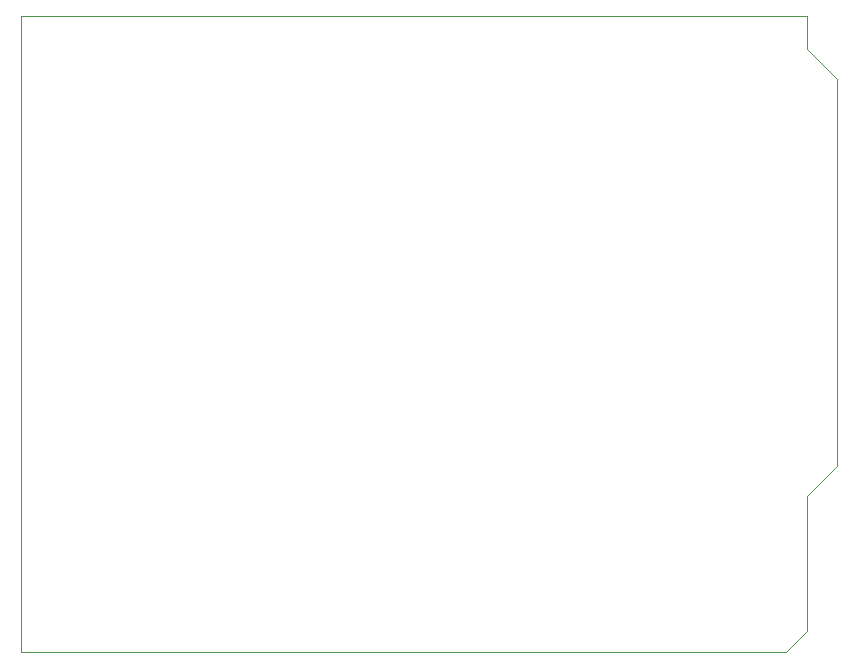
<source format=gbr>
%TF.GenerationSoftware,KiCad,Pcbnew,8.0.1*%
%TF.CreationDate,2024-04-20T17:55:12+02:00*%
%TF.ProjectId,Arduino_PCB,41726475-696e-46f5-9f50-43422e6b6963,rev?*%
%TF.SameCoordinates,Original*%
%TF.FileFunction,Profile,NP*%
%FSLAX46Y46*%
G04 Gerber Fmt 4.6, Leading zero omitted, Abs format (unit mm)*
G04 Created by KiCad (PCBNEW 8.0.1) date 2024-04-20 17:55:12*
%MOMM*%
%LPD*%
G01*
G04 APERTURE LIST*
%TA.AperFunction,Profile*%
%ADD10C,0.050000*%
%TD*%
G04 APERTURE END LIST*
D10*
X160110000Y-39250000D02*
X93570000Y-39250000D01*
X160110000Y-42040000D02*
X160110000Y-39250000D01*
X162650000Y-44580000D02*
X160110000Y-42040000D01*
X162650000Y-77350000D02*
X162650000Y-44580000D01*
X160110000Y-79890000D02*
X162650000Y-77350000D01*
X160110000Y-91320000D02*
X160110000Y-79890000D01*
X158340000Y-93090000D02*
X160110000Y-91320000D01*
X93570000Y-93090000D02*
X158340000Y-93090000D01*
X93570000Y-39250000D02*
X93570000Y-93090000D01*
M02*

</source>
